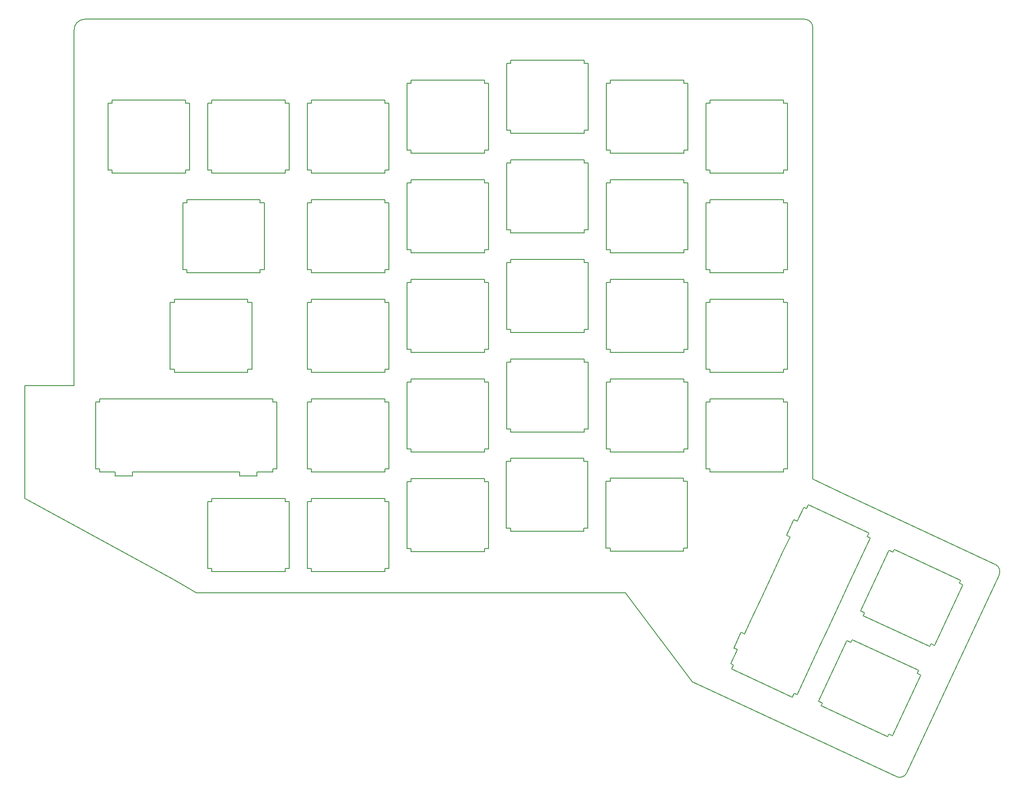
<source format=gbr>
G04 #@! TF.GenerationSoftware,KiCad,Pcbnew,(5.1.5)-3*
G04 #@! TF.CreationDate,2020-03-17T18:41:03+05:30*
G04 #@! TF.ProjectId,ergocape,6572676f-6361-4706-952e-6b696361645f,rev?*
G04 #@! TF.SameCoordinates,Original*
G04 #@! TF.FileFunction,Profile,NP*
%FSLAX46Y46*%
G04 Gerber Fmt 4.6, Leading zero omitted, Abs format (unit mm)*
G04 Created by KiCad (PCBNEW (5.1.5)-3) date 2020-03-17 18:41:03*
%MOMM*%
%LPD*%
G04 APERTURE LIST*
%ADD10C,0.150000*%
%ADD11C,0.200000*%
G04 APERTURE END LIST*
D10*
X149966590Y-143948457D02*
X137150000Y-127000000D01*
X178795667Y-107992564D02*
X172948600Y-105181400D01*
X172951400Y-103212900D02*
X172948600Y-105181400D01*
X207860777Y-121545847D02*
X178795667Y-107992564D01*
X207860777Y-121545847D02*
G75*
G02X208585634Y-123537376I-633336J-1358193D01*
G01*
X188939819Y-162121972D02*
X149966590Y-143948457D01*
X190931348Y-161397115D02*
G75*
G02X188939819Y-162121972I-1358193J633336D01*
G01*
X208585634Y-123537376D02*
X190931348Y-161397115D01*
X172951400Y-18821400D02*
X172951400Y-103212900D01*
X171402000Y-17272000D02*
G75*
G02X172951400Y-18821400I0J-1549400D01*
G01*
X31750461Y-19354160D02*
G75*
G02X33756601Y-17272001I2031539J50160D01*
G01*
X33756601Y-17272001D02*
X39370000Y-17272000D01*
D11*
X31750461Y-19354160D02*
X31750000Y-87376000D01*
X22352000Y-87376000D02*
X31750000Y-87376000D01*
X22352000Y-87503000D02*
X22352000Y-87376000D01*
X22352000Y-98044000D02*
X22352000Y-87503000D01*
D10*
X157988000Y-17272000D02*
X171402000Y-17272000D01*
X147574000Y-17272000D02*
X157988000Y-17272000D01*
X136906000Y-17272000D02*
X147574000Y-17272000D01*
X127000000Y-17272000D02*
X136906000Y-17272000D01*
X127000000Y-17272000D02*
X39370000Y-17272000D01*
X22352000Y-108966000D02*
X22860000Y-109220000D01*
X22352000Y-106426000D02*
X22352000Y-108966000D01*
X22352000Y-98044000D02*
X22352000Y-106426000D01*
X55118000Y-127000000D02*
X55880000Y-127000000D01*
X53848000Y-126238000D02*
X55118000Y-127000000D01*
X50800000Y-124460000D02*
X53848000Y-126238000D01*
X55880000Y-127000000D02*
X137150000Y-127000000D01*
X22860000Y-109220000D02*
X50800000Y-124460000D01*
D11*
X77137500Y-32687500D02*
X77137500Y-33287500D01*
X77137500Y-33287500D02*
X76337500Y-33287500D01*
X77137500Y-46087500D02*
X77137500Y-46687500D01*
X77137500Y-46687500D02*
X91137500Y-46687500D01*
X91937500Y-46087500D02*
X91937500Y-33287500D01*
X91937500Y-33287500D02*
X91137500Y-33287500D01*
X76337500Y-46087500D02*
X77137500Y-46087500D01*
X76337500Y-33287500D02*
X76337500Y-46087500D01*
X91137500Y-46087500D02*
X91937500Y-46087500D01*
X91137500Y-33287500D02*
X91137500Y-32687500D01*
X91137500Y-32687500D02*
X77137500Y-32687500D01*
X91137500Y-46687500D02*
X91137500Y-46087500D01*
X96188000Y-28877500D02*
X96188000Y-29477500D01*
X96188000Y-29477500D02*
X95388000Y-29477500D01*
X96188000Y-42277500D02*
X96188000Y-42877500D01*
X96188000Y-42877500D02*
X110188000Y-42877500D01*
X110988000Y-42277500D02*
X110988000Y-29477500D01*
X110988000Y-29477500D02*
X110188000Y-29477500D01*
X95388000Y-42277500D02*
X96188000Y-42277500D01*
X95388000Y-29477500D02*
X95388000Y-42277500D01*
X110188000Y-42277500D02*
X110988000Y-42277500D01*
X110188000Y-29477500D02*
X110188000Y-28877500D01*
X110188000Y-28877500D02*
X96188000Y-28877500D01*
X110188000Y-42877500D02*
X110188000Y-42277500D01*
X129238000Y-39067500D02*
X129238000Y-38467500D01*
X129238000Y-25067500D02*
X115238000Y-25067500D01*
X129238000Y-25667500D02*
X129238000Y-25067500D01*
X129238000Y-38467500D02*
X130038000Y-38467500D01*
X114438000Y-25667500D02*
X114438000Y-38467500D01*
X114438000Y-38467500D02*
X115238000Y-38467500D01*
X130038000Y-25667500D02*
X129238000Y-25667500D01*
X130038000Y-38467500D02*
X130038000Y-25667500D01*
X115238000Y-39067500D02*
X129238000Y-39067500D01*
X115238000Y-38467500D02*
X115238000Y-39067500D01*
X115238000Y-25667500D02*
X114438000Y-25667500D01*
X115238000Y-25067500D02*
X115238000Y-25667500D01*
X134288000Y-28877500D02*
X134288000Y-29477500D01*
X134288000Y-29477500D02*
X133488000Y-29477500D01*
X134288000Y-42277500D02*
X134288000Y-42877500D01*
X134288000Y-42877500D02*
X148288000Y-42877500D01*
X149088000Y-42277500D02*
X149088000Y-29477500D01*
X149088000Y-29477500D02*
X148288000Y-29477500D01*
X133488000Y-42277500D02*
X134288000Y-42277500D01*
X133488000Y-29477500D02*
X133488000Y-42277500D01*
X148288000Y-42277500D02*
X149088000Y-42277500D01*
X148288000Y-29477500D02*
X148288000Y-28877500D01*
X148288000Y-28877500D02*
X134288000Y-28877500D01*
X148288000Y-42877500D02*
X148288000Y-42277500D01*
X167338000Y-46687500D02*
X167338000Y-46087500D01*
X167338000Y-32687500D02*
X153338000Y-32687500D01*
X167338000Y-33287500D02*
X167338000Y-32687500D01*
X167338000Y-46087500D02*
X168138000Y-46087500D01*
X152538000Y-33287500D02*
X152538000Y-46087500D01*
X152538000Y-46087500D02*
X153338000Y-46087500D01*
X168138000Y-33287500D02*
X167338000Y-33287500D01*
X168138000Y-46087500D02*
X168138000Y-33287500D01*
X153338000Y-46687500D02*
X167338000Y-46687500D01*
X153338000Y-46087500D02*
X153338000Y-46687500D01*
X153338000Y-33287500D02*
X152538000Y-33287500D01*
X153338000Y-32687500D02*
X153338000Y-33287500D01*
X77137500Y-70787500D02*
X77137500Y-71387500D01*
X77137500Y-71387500D02*
X76337500Y-71387500D01*
X77137500Y-84187500D02*
X77137500Y-84787500D01*
X77137500Y-84787500D02*
X91137500Y-84787500D01*
X91937500Y-84187500D02*
X91937500Y-71387500D01*
X91937500Y-71387500D02*
X91137500Y-71387500D01*
X76337500Y-84187500D02*
X77137500Y-84187500D01*
X76337500Y-71387500D02*
X76337500Y-84187500D01*
X91137500Y-84187500D02*
X91937500Y-84187500D01*
X91137500Y-71387500D02*
X91137500Y-70787500D01*
X91137500Y-70787500D02*
X77137500Y-70787500D01*
X91137500Y-84787500D02*
X91137500Y-84187500D01*
X77137500Y-108888000D02*
X77137500Y-109488000D01*
X77137500Y-109488000D02*
X76337500Y-109488000D01*
X77137500Y-122288000D02*
X77137500Y-122888000D01*
X77137500Y-122888000D02*
X91137500Y-122888000D01*
X91937500Y-122288000D02*
X91937500Y-109488000D01*
X91937500Y-109488000D02*
X91137500Y-109488000D01*
X76337500Y-122288000D02*
X77137500Y-122288000D01*
X76337500Y-109488000D02*
X76337500Y-122288000D01*
X91137500Y-122288000D02*
X91937500Y-122288000D01*
X91137500Y-109488000D02*
X91137500Y-108888000D01*
X91137500Y-108888000D02*
X77137500Y-108888000D01*
X91137500Y-122888000D02*
X91137500Y-122288000D01*
X167338000Y-103837500D02*
X167338000Y-103237500D01*
X167338000Y-89837500D02*
X153338000Y-89837500D01*
X167338000Y-90437500D02*
X167338000Y-89837500D01*
X167338000Y-103237500D02*
X168138000Y-103237500D01*
X152538000Y-90437500D02*
X152538000Y-103237500D01*
X152538000Y-103237500D02*
X153338000Y-103237500D01*
X168138000Y-90437500D02*
X167338000Y-90437500D01*
X168138000Y-103237500D02*
X168138000Y-90437500D01*
X153338000Y-103837500D02*
X167338000Y-103837500D01*
X153338000Y-103237500D02*
X153338000Y-103837500D01*
X153338000Y-90437500D02*
X152538000Y-90437500D01*
X153338000Y-89837500D02*
X153338000Y-90437500D01*
X115174000Y-101204000D02*
X115174000Y-101804000D01*
X115174000Y-101804000D02*
X114374000Y-101804000D01*
X115174000Y-114604000D02*
X115174000Y-115204000D01*
X115174000Y-115204000D02*
X129174000Y-115204000D01*
X129974000Y-114604000D02*
X129974000Y-101804000D01*
X129974000Y-101804000D02*
X129174000Y-101804000D01*
X114374000Y-114604000D02*
X115174000Y-114604000D01*
X114374000Y-101804000D02*
X114374000Y-114604000D01*
X129174000Y-114604000D02*
X129974000Y-114604000D01*
X129174000Y-101804000D02*
X129174000Y-101204000D01*
X129174000Y-101204000D02*
X115174000Y-101204000D01*
X129174000Y-115204000D02*
X129174000Y-114604000D01*
X148224000Y-119014000D02*
X148224000Y-118414000D01*
X148224000Y-105014000D02*
X134224000Y-105014000D01*
X148224000Y-105614000D02*
X148224000Y-105014000D01*
X148224000Y-118414000D02*
X149024000Y-118414000D01*
X133424000Y-105614000D02*
X133424000Y-118414000D01*
X133424000Y-118414000D02*
X134224000Y-118414000D01*
X149024000Y-105614000D02*
X148224000Y-105614000D01*
X149024000Y-118414000D02*
X149024000Y-105614000D01*
X134224000Y-119014000D02*
X148224000Y-119014000D01*
X134224000Y-118414000D02*
X134224000Y-119014000D01*
X134224000Y-105614000D02*
X133424000Y-105614000D01*
X134224000Y-105014000D02*
X134224000Y-105614000D01*
X129238000Y-96217500D02*
X129238000Y-95617500D01*
X129238000Y-82217500D02*
X115238000Y-82217500D01*
X129238000Y-82817500D02*
X129238000Y-82217500D01*
X129238000Y-95617500D02*
X130038000Y-95617500D01*
X114438000Y-82817500D02*
X114438000Y-95617500D01*
X114438000Y-95617500D02*
X115238000Y-95617500D01*
X130038000Y-82817500D02*
X129238000Y-82817500D01*
X130038000Y-95617500D02*
X130038000Y-82817500D01*
X115238000Y-96217500D02*
X129238000Y-96217500D01*
X115238000Y-95617500D02*
X115238000Y-96217500D01*
X115238000Y-82817500D02*
X114438000Y-82817500D01*
X115238000Y-82217500D02*
X115238000Y-82817500D01*
X64943800Y-84787500D02*
X64943800Y-84187500D01*
X64943800Y-70787500D02*
X50943800Y-70787500D01*
X64943800Y-71387500D02*
X64943800Y-70787500D01*
X64943800Y-84187500D02*
X65743800Y-84187500D01*
X50143800Y-71387500D02*
X50143800Y-84187500D01*
X50143800Y-84187500D02*
X50943800Y-84187500D01*
X65743800Y-71387500D02*
X64943800Y-71387500D01*
X65743800Y-84187500D02*
X65743800Y-71387500D01*
X50943800Y-84787500D02*
X64943800Y-84787500D01*
X50943800Y-84187500D02*
X50943800Y-84787500D01*
X50943800Y-71387500D02*
X50143800Y-71387500D01*
X50943800Y-70787500D02*
X50943800Y-71387500D01*
X58087500Y-108888000D02*
X58087500Y-109488000D01*
X58087500Y-109488000D02*
X57287500Y-109488000D01*
X58087500Y-122288000D02*
X58087500Y-122888000D01*
X58087500Y-122888000D02*
X72087500Y-122888000D01*
X72887500Y-122288000D02*
X72887500Y-109488000D01*
X72887500Y-109488000D02*
X72087500Y-109488000D01*
X57287500Y-122288000D02*
X58087500Y-122288000D01*
X57287500Y-109488000D02*
X57287500Y-122288000D01*
X72087500Y-122288000D02*
X72887500Y-122288000D01*
X72087500Y-109488000D02*
X72087500Y-108888000D01*
X72087500Y-108888000D02*
X58087500Y-108888000D01*
X72087500Y-122888000D02*
X72087500Y-122288000D01*
X129238000Y-77167500D02*
X129238000Y-76567500D01*
X129238000Y-63167500D02*
X115238000Y-63167500D01*
X129238000Y-63767500D02*
X129238000Y-63167500D01*
X129238000Y-76567500D02*
X130038000Y-76567500D01*
X114438000Y-63767500D02*
X114438000Y-76567500D01*
X114438000Y-76567500D02*
X115238000Y-76567500D01*
X130038000Y-63767500D02*
X129238000Y-63767500D01*
X130038000Y-76567500D02*
X130038000Y-63767500D01*
X115238000Y-77167500D02*
X129238000Y-77167500D01*
X115238000Y-76567500D02*
X115238000Y-77167500D01*
X115238000Y-63767500D02*
X114438000Y-63767500D01*
X115238000Y-63167500D02*
X115238000Y-63767500D01*
X115238000Y-44117500D02*
X115238000Y-44717500D01*
X115238000Y-44717500D02*
X114438000Y-44717500D01*
X115238000Y-57517500D02*
X115238000Y-58117500D01*
X115238000Y-58117500D02*
X129238000Y-58117500D01*
X130038000Y-57517500D02*
X130038000Y-44717500D01*
X130038000Y-44717500D02*
X129238000Y-44717500D01*
X114438000Y-57517500D02*
X115238000Y-57517500D01*
X114438000Y-44717500D02*
X114438000Y-57517500D01*
X129238000Y-57517500D02*
X130038000Y-57517500D01*
X129238000Y-44717500D02*
X129238000Y-44117500D01*
X129238000Y-44117500D02*
X115238000Y-44117500D01*
X129238000Y-58117500D02*
X129238000Y-57517500D01*
X72087500Y-46687500D02*
X72087500Y-46087500D01*
X72087500Y-32687500D02*
X58087500Y-32687500D01*
X72087500Y-33287500D02*
X72087500Y-32687500D01*
X72087500Y-46087500D02*
X72887500Y-46087500D01*
X57287500Y-33287500D02*
X57287500Y-46087500D01*
X57287500Y-46087500D02*
X58087500Y-46087500D01*
X72887500Y-33287500D02*
X72087500Y-33287500D01*
X72887500Y-46087500D02*
X72887500Y-33287500D01*
X58087500Y-46687500D02*
X72087500Y-46687500D01*
X58087500Y-46087500D02*
X58087500Y-46687500D01*
X58087500Y-33287500D02*
X57287500Y-33287500D01*
X58087500Y-32687500D02*
X58087500Y-33287500D01*
X134288000Y-66977500D02*
X134288000Y-67577500D01*
X134288000Y-67577500D02*
X133488000Y-67577500D01*
X134288000Y-80377500D02*
X134288000Y-80977500D01*
X134288000Y-80977500D02*
X148288000Y-80977500D01*
X149088000Y-80377500D02*
X149088000Y-67577500D01*
X149088000Y-67577500D02*
X148288000Y-67577500D01*
X133488000Y-80377500D02*
X134288000Y-80377500D01*
X133488000Y-67577500D02*
X133488000Y-80377500D01*
X148288000Y-80377500D02*
X149088000Y-80377500D01*
X148288000Y-67577500D02*
X148288000Y-66977500D01*
X148288000Y-66977500D02*
X134288000Y-66977500D01*
X148288000Y-80977500D02*
X148288000Y-80377500D01*
X167338000Y-84787500D02*
X167338000Y-84187500D01*
X167338000Y-70787500D02*
X153338000Y-70787500D01*
X167338000Y-71387500D02*
X167338000Y-70787500D01*
X167338000Y-84187500D02*
X168138000Y-84187500D01*
X152538000Y-71387500D02*
X152538000Y-84187500D01*
X152538000Y-84187500D02*
X153338000Y-84187500D01*
X168138000Y-71387500D02*
X167338000Y-71387500D01*
X168138000Y-84187500D02*
X168138000Y-71387500D01*
X153338000Y-84787500D02*
X167338000Y-84787500D01*
X153338000Y-84187500D02*
X153338000Y-84787500D01*
X153338000Y-71387500D02*
X152538000Y-71387500D01*
X153338000Y-70787500D02*
X153338000Y-71387500D01*
X77137500Y-51737500D02*
X77137500Y-52337500D01*
X77137500Y-52337500D02*
X76337500Y-52337500D01*
X77137500Y-65137500D02*
X77137500Y-65737500D01*
X77137500Y-65737500D02*
X91137500Y-65737500D01*
X91937500Y-65137500D02*
X91937500Y-52337500D01*
X91937500Y-52337500D02*
X91137500Y-52337500D01*
X76337500Y-65137500D02*
X77137500Y-65137500D01*
X76337500Y-52337500D02*
X76337500Y-65137500D01*
X91137500Y-65137500D02*
X91937500Y-65137500D01*
X91137500Y-52337500D02*
X91137500Y-51737500D01*
X91137500Y-51737500D02*
X77137500Y-51737500D01*
X91137500Y-65737500D02*
X91137500Y-65137500D01*
X148288000Y-61927500D02*
X148288000Y-61327500D01*
X148288000Y-47927500D02*
X134288000Y-47927500D01*
X148288000Y-48527500D02*
X148288000Y-47927500D01*
X148288000Y-61327500D02*
X149088000Y-61327500D01*
X133488000Y-48527500D02*
X133488000Y-61327500D01*
X133488000Y-61327500D02*
X134288000Y-61327500D01*
X149088000Y-48527500D02*
X148288000Y-48527500D01*
X149088000Y-61327500D02*
X149088000Y-48527500D01*
X134288000Y-61927500D02*
X148288000Y-61927500D01*
X134288000Y-61327500D02*
X134288000Y-61927500D01*
X134288000Y-48527500D02*
X133488000Y-48527500D01*
X134288000Y-47927500D02*
X134288000Y-48527500D01*
X96188000Y-66977500D02*
X96188000Y-67577500D01*
X96188000Y-67577500D02*
X95388000Y-67577500D01*
X96188000Y-80377500D02*
X96188000Y-80977500D01*
X96188000Y-80977500D02*
X110188000Y-80977500D01*
X110988000Y-80377500D02*
X110988000Y-67577500D01*
X110988000Y-67577500D02*
X110188000Y-67577500D01*
X95388000Y-80377500D02*
X96188000Y-80377500D01*
X95388000Y-67577500D02*
X95388000Y-80377500D01*
X110188000Y-80377500D02*
X110988000Y-80377500D01*
X110188000Y-67577500D02*
X110188000Y-66977500D01*
X110188000Y-66977500D02*
X96188000Y-66977500D01*
X110188000Y-80977500D02*
X110188000Y-80377500D01*
X69705625Y-103837254D02*
X69705625Y-103236771D01*
X60180625Y-103837254D02*
X63430558Y-103837254D01*
X36655447Y-89837073D02*
X36655447Y-90437037D01*
X69705625Y-89837073D02*
X60180625Y-89837073D01*
X42930517Y-104587078D02*
X42930517Y-103837254D01*
X36655447Y-103837254D02*
X39630459Y-103837254D01*
X50655625Y-103837254D02*
X55705447Y-103837254D01*
X55705447Y-103837254D02*
X60180625Y-103837254D01*
X39630459Y-103837254D02*
X39630459Y-104587078D01*
X66730613Y-103837254D02*
X69705625Y-103837254D01*
X39630459Y-104587078D02*
X42930517Y-104587078D01*
X55705447Y-89837073D02*
X50655625Y-89837073D01*
X70505577Y-90437037D02*
X69705625Y-90437037D01*
X66730613Y-104587078D02*
X66730613Y-103837254D01*
X69705625Y-90437037D02*
X69705625Y-89837073D01*
X60180625Y-89837073D02*
X55705447Y-89837073D01*
X46180447Y-89837073D02*
X36655447Y-89837073D01*
X69705625Y-103236771D02*
X70505577Y-103236771D01*
X42930517Y-103837254D02*
X46180447Y-103837254D01*
X36655447Y-90437037D02*
X35855495Y-90437037D01*
X35855495Y-90437037D02*
X35855495Y-103236771D01*
X35855495Y-103236771D02*
X36655447Y-103236771D01*
X46180447Y-103837254D02*
X50655625Y-103837254D01*
X70505577Y-103236771D02*
X70505577Y-90437037D01*
X36655447Y-103236771D02*
X36655447Y-103837254D01*
X63430558Y-103837254D02*
X63430558Y-104587078D01*
X63430558Y-104587078D02*
X66730613Y-104587078D01*
X50655625Y-89837073D02*
X46180447Y-89837073D01*
X167338000Y-65737500D02*
X167338000Y-65137500D01*
X167338000Y-51737500D02*
X153338000Y-51737500D01*
X167338000Y-52337500D02*
X167338000Y-51737500D01*
X167338000Y-65137500D02*
X168138000Y-65137500D01*
X152538000Y-52337500D02*
X152538000Y-65137500D01*
X152538000Y-65137500D02*
X153338000Y-65137500D01*
X168138000Y-52337500D02*
X167338000Y-52337500D01*
X168138000Y-65137500D02*
X168138000Y-52337500D01*
X153338000Y-65737500D02*
X167338000Y-65737500D01*
X153338000Y-65137500D02*
X153338000Y-65737500D01*
X153338000Y-52337500D02*
X152538000Y-52337500D01*
X153338000Y-51737500D02*
X153338000Y-52337500D01*
X53325000Y-65737500D02*
X53325000Y-65137500D01*
X53325000Y-51737500D02*
X67325000Y-51737500D01*
X53325000Y-52337500D02*
X53325000Y-51737500D01*
X53325000Y-65137500D02*
X52525000Y-65137500D01*
X68125000Y-52337500D02*
X68125000Y-65137500D01*
X68125000Y-65137500D02*
X67325000Y-65137500D01*
X52525000Y-52337500D02*
X53325000Y-52337500D01*
X52525000Y-65137500D02*
X52525000Y-52337500D01*
X67325000Y-65737500D02*
X53325000Y-65737500D01*
X67325000Y-65137500D02*
X67325000Y-65737500D01*
X67325000Y-52337500D02*
X68125000Y-52337500D01*
X67325000Y-51737500D02*
X67325000Y-52337500D01*
X188516081Y-118632730D02*
X188262510Y-119176514D01*
X188262510Y-119176514D02*
X187537464Y-118838420D01*
X182852997Y-130777254D02*
X182599426Y-131321039D01*
X182599426Y-131321039D02*
X195287735Y-137237694D01*
X196266352Y-137032004D02*
X201675866Y-125431265D01*
X201675866Y-125431265D02*
X200950819Y-125093170D01*
X182127950Y-130439159D02*
X182852997Y-130777254D01*
X187537464Y-118838420D02*
X182127950Y-130439159D01*
X195541306Y-136693910D02*
X196266352Y-137032004D01*
X200950819Y-125093170D02*
X201204390Y-124549385D01*
X201204390Y-124549385D02*
X188516081Y-118632730D01*
X195287735Y-137237694D02*
X195541306Y-136693910D01*
X187237735Y-154502694D02*
X187491306Y-153958910D01*
X193154390Y-141814385D02*
X180466081Y-135897730D01*
X192900819Y-142358170D02*
X193154390Y-141814385D01*
X187491306Y-153958910D02*
X188216352Y-154297004D01*
X179487464Y-136103420D02*
X174077950Y-147704159D01*
X174077950Y-147704159D02*
X174802997Y-148042254D01*
X193625866Y-142696265D02*
X192900819Y-142358170D01*
X188216352Y-154297004D02*
X193625866Y-142696265D01*
X174549426Y-148586039D02*
X187237735Y-154502694D01*
X174802997Y-148042254D02*
X174549426Y-148586039D01*
X180212510Y-136441514D02*
X179487464Y-136103420D01*
X180466081Y-135897730D02*
X180212510Y-136441514D01*
X178023804Y-129185772D02*
X179915096Y-125129883D01*
X159256839Y-134530172D02*
X157862176Y-137521037D01*
X159936411Y-134847061D02*
X159256839Y-134530172D01*
X171796284Y-110834345D02*
X171252061Y-110580570D01*
X157490601Y-141512981D02*
X169091099Y-146922382D01*
X167226623Y-119213151D02*
X165335331Y-123269040D01*
X172134358Y-110109342D02*
X171796284Y-110834345D01*
X183734857Y-115518743D02*
X172134358Y-110109342D01*
X183396782Y-116243746D02*
X183734857Y-115518743D01*
X168600102Y-116267714D02*
X167226623Y-119213151D01*
X157828675Y-140787978D02*
X157490601Y-141512981D01*
X179915096Y-125129883D02*
X183940535Y-116497302D01*
X173998365Y-137818354D02*
X175889657Y-133762465D01*
X169429174Y-146197380D02*
X169972926Y-146450935D01*
X157862176Y-137521037D02*
X158541747Y-137837927D01*
X169091099Y-146922382D02*
X169429174Y-146197380D01*
X175889657Y-133762465D02*
X178023804Y-129185772D01*
X169315196Y-112959957D02*
X167920531Y-115950825D01*
X158541747Y-137837927D02*
X157284453Y-140534203D01*
X169994767Y-113276846D02*
X169315196Y-112959957D01*
X163201184Y-127845733D02*
X161309892Y-131901622D01*
X165335331Y-123269040D02*
X163201184Y-127845733D01*
X171252061Y-110580570D02*
X169994767Y-113276846D01*
X167920531Y-115950825D02*
X168600102Y-116267714D01*
X169972926Y-146450935D02*
X173998365Y-137818354D01*
X183940535Y-116497302D02*
X183396782Y-116243746D01*
X161309892Y-131901622D02*
X159936411Y-134847061D01*
X157284453Y-140534203D02*
X157828675Y-140787978D01*
X134288000Y-86027500D02*
X134288000Y-86627500D01*
X134288000Y-86627500D02*
X133488000Y-86627500D01*
X134288000Y-99427500D02*
X134288000Y-100027500D01*
X134288000Y-100027500D02*
X148288000Y-100027500D01*
X149088000Y-99427500D02*
X149088000Y-86627500D01*
X149088000Y-86627500D02*
X148288000Y-86627500D01*
X133488000Y-99427500D02*
X134288000Y-99427500D01*
X133488000Y-86627500D02*
X133488000Y-99427500D01*
X148288000Y-99427500D02*
X149088000Y-99427500D01*
X148288000Y-86627500D02*
X148288000Y-86027500D01*
X148288000Y-86027500D02*
X134288000Y-86027500D01*
X148288000Y-100027500D02*
X148288000Y-99427500D01*
X96188000Y-47927500D02*
X96188000Y-48527500D01*
X96188000Y-48527500D02*
X95388000Y-48527500D01*
X96188000Y-61327500D02*
X96188000Y-61927500D01*
X96188000Y-61927500D02*
X110188000Y-61927500D01*
X110988000Y-61327500D02*
X110988000Y-48527500D01*
X110988000Y-48527500D02*
X110188000Y-48527500D01*
X95388000Y-61327500D02*
X96188000Y-61327500D01*
X95388000Y-48527500D02*
X95388000Y-61327500D01*
X110188000Y-61327500D02*
X110988000Y-61327500D01*
X110188000Y-48527500D02*
X110188000Y-47927500D01*
X110188000Y-47927500D02*
X96188000Y-47927500D01*
X110188000Y-61927500D02*
X110188000Y-61327500D01*
X110188000Y-119078000D02*
X110188000Y-118478000D01*
X110188000Y-105078000D02*
X96188000Y-105078000D01*
X110188000Y-105678000D02*
X110188000Y-105078000D01*
X110188000Y-118478000D02*
X110988000Y-118478000D01*
X95388000Y-105678000D02*
X95388000Y-118478000D01*
X95388000Y-118478000D02*
X96188000Y-118478000D01*
X110988000Y-105678000D02*
X110188000Y-105678000D01*
X110988000Y-118478000D02*
X110988000Y-105678000D01*
X96188000Y-119078000D02*
X110188000Y-119078000D01*
X96188000Y-118478000D02*
X96188000Y-119078000D01*
X96188000Y-105678000D02*
X95388000Y-105678000D01*
X96188000Y-105078000D02*
X96188000Y-105678000D01*
X96188000Y-86027500D02*
X96188000Y-86627500D01*
X96188000Y-86627500D02*
X95388000Y-86627500D01*
X96188000Y-99427500D02*
X96188000Y-100027500D01*
X96188000Y-100027500D02*
X110188000Y-100027500D01*
X110988000Y-99427500D02*
X110988000Y-86627500D01*
X110988000Y-86627500D02*
X110188000Y-86627500D01*
X95388000Y-99427500D02*
X96188000Y-99427500D01*
X95388000Y-86627500D02*
X95388000Y-99427500D01*
X110188000Y-99427500D02*
X110988000Y-99427500D01*
X110188000Y-86627500D02*
X110188000Y-86027500D01*
X110188000Y-86027500D02*
X96188000Y-86027500D01*
X110188000Y-100027500D02*
X110188000Y-99427500D01*
X39050200Y-32700200D02*
X39050200Y-33300200D01*
X39050200Y-33300200D02*
X38250200Y-33300200D01*
X39050200Y-46100200D02*
X39050200Y-46700200D01*
X39050200Y-46700200D02*
X53050200Y-46700200D01*
X53850200Y-46100200D02*
X53850200Y-33300200D01*
X53850200Y-33300200D02*
X53050200Y-33300200D01*
X38250200Y-46100200D02*
X39050200Y-46100200D01*
X38250200Y-33300200D02*
X38250200Y-46100200D01*
X53050200Y-46100200D02*
X53850200Y-46100200D01*
X53050200Y-33300200D02*
X53050200Y-32700200D01*
X53050200Y-32700200D02*
X39050200Y-32700200D01*
X53050200Y-46700200D02*
X53050200Y-46100200D01*
X91137500Y-103837500D02*
X91137500Y-103237500D01*
X91137500Y-89837500D02*
X77137500Y-89837500D01*
X91137500Y-90437500D02*
X91137500Y-89837500D01*
X91137500Y-103237500D02*
X91937500Y-103237500D01*
X76337500Y-90437500D02*
X76337500Y-103237500D01*
X76337500Y-103237500D02*
X77137500Y-103237500D01*
X91937500Y-90437500D02*
X91137500Y-90437500D01*
X91937500Y-103237500D02*
X91937500Y-90437500D01*
X77137500Y-103837500D02*
X91137500Y-103837500D01*
X77137500Y-103237500D02*
X77137500Y-103837500D01*
X77137500Y-90437500D02*
X76337500Y-90437500D01*
X77137500Y-89837500D02*
X77137500Y-90437500D01*
M02*

</source>
